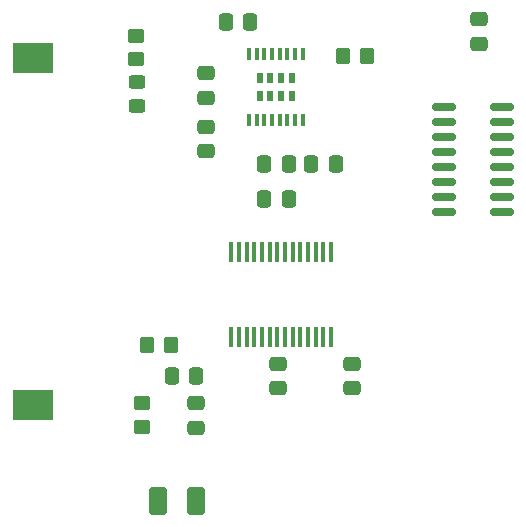
<source format=gbr>
%TF.GenerationSoftware,KiCad,Pcbnew,6.0.10-86aedd382b~118~ubuntu20.04.1*%
%TF.CreationDate,2023-03-12T18:50:46-04:00*%
%TF.ProjectId,coco_serial_rtc,636f636f-5f73-4657-9269-616c5f727463,1.0.0*%
%TF.SameCoordinates,Original*%
%TF.FileFunction,Paste,Top*%
%TF.FilePolarity,Positive*%
%FSLAX46Y46*%
G04 Gerber Fmt 4.6, Leading zero omitted, Abs format (unit mm)*
G04 Created by KiCad (PCBNEW 6.0.10-86aedd382b~118~ubuntu20.04.1) date 2023-03-12 18:50:46*
%MOMM*%
%LPD*%
G01*
G04 APERTURE LIST*
G04 Aperture macros list*
%AMRoundRect*
0 Rectangle with rounded corners*
0 $1 Rounding radius*
0 $2 $3 $4 $5 $6 $7 $8 $9 X,Y pos of 4 corners*
0 Add a 4 corners polygon primitive as box body*
4,1,4,$2,$3,$4,$5,$6,$7,$8,$9,$2,$3,0*
0 Add four circle primitives for the rounded corners*
1,1,$1+$1,$2,$3*
1,1,$1+$1,$4,$5*
1,1,$1+$1,$6,$7*
1,1,$1+$1,$8,$9*
0 Add four rect primitives between the rounded corners*
20,1,$1+$1,$2,$3,$4,$5,0*
20,1,$1+$1,$4,$5,$6,$7,0*
20,1,$1+$1,$6,$7,$8,$9,0*
20,1,$1+$1,$8,$9,$2,$3,0*%
G04 Aperture macros list end*
%ADD10RoundRect,0.250001X-0.499999X-0.924999X0.499999X-0.924999X0.499999X0.924999X-0.499999X0.924999X0*%
%ADD11RoundRect,0.250000X-0.337500X-0.475000X0.337500X-0.475000X0.337500X0.475000X-0.337500X0.475000X0*%
%ADD12RoundRect,0.250000X0.475000X-0.337500X0.475000X0.337500X-0.475000X0.337500X-0.475000X-0.337500X0*%
%ADD13R,3.510000X2.540000*%
%ADD14RoundRect,0.250000X-0.350000X-0.450000X0.350000X-0.450000X0.350000X0.450000X-0.350000X0.450000X0*%
%ADD15RoundRect,0.250000X0.337500X0.475000X-0.337500X0.475000X-0.337500X-0.475000X0.337500X-0.475000X0*%
%ADD16RoundRect,0.150000X-0.825000X-0.150000X0.825000X-0.150000X0.825000X0.150000X-0.825000X0.150000X0*%
%ADD17RoundRect,0.250000X-0.475000X0.337500X-0.475000X-0.337500X0.475000X-0.337500X0.475000X0.337500X0*%
%ADD18RoundRect,0.250000X0.350000X0.450000X-0.350000X0.450000X-0.350000X-0.450000X0.350000X-0.450000X0*%
%ADD19R,0.450000X1.750000*%
%ADD20R,0.450000X1.050000*%
%ADD21R,0.537000X0.882000*%
%ADD22RoundRect,0.250000X-0.450000X0.325000X-0.450000X-0.325000X0.450000X-0.325000X0.450000X0.325000X0*%
%ADD23RoundRect,0.250000X0.450000X-0.350000X0.450000X0.350000X-0.450000X0.350000X-0.450000X-0.350000X0*%
%ADD24RoundRect,0.250000X-0.450000X0.350000X-0.450000X-0.350000X0.450000X-0.350000X0.450000X0.350000X0*%
G04 APERTURE END LIST*
D10*
%TO.C,C12*%
X133930000Y-110660000D03*
X137180000Y-110660000D03*
%TD*%
D11*
%TO.C,C10*%
X146902500Y-82190000D03*
X148977500Y-82190000D03*
%TD*%
D12*
%TO.C,C2*%
X137140000Y-104497500D03*
X137140000Y-102422500D03*
%TD*%
D13*
%TO.C,BT1*%
X123380000Y-102590000D03*
X123380000Y-73230000D03*
%TD*%
D14*
%TO.C,R2*%
X133020000Y-97480000D03*
X135020000Y-97480000D03*
%TD*%
D15*
%TO.C,C1*%
X145017500Y-85130000D03*
X142942500Y-85130000D03*
%TD*%
D16*
%TO.C,U3*%
X158115000Y-77325000D03*
X158115000Y-78595000D03*
X158115000Y-79865000D03*
X158115000Y-81135000D03*
X158115000Y-82405000D03*
X158115000Y-83675000D03*
X158115000Y-84945000D03*
X158115000Y-86215000D03*
X163065000Y-86215000D03*
X163065000Y-84945000D03*
X163065000Y-83675000D03*
X163065000Y-82405000D03*
X163065000Y-81135000D03*
X163065000Y-79865000D03*
X163065000Y-78595000D03*
X163065000Y-77325000D03*
%TD*%
D17*
%TO.C,C9*%
X137990000Y-79012500D03*
X137990000Y-81087500D03*
%TD*%
D18*
%TO.C,R4*%
X151620000Y-73030000D03*
X149620000Y-73030000D03*
%TD*%
D19*
%TO.C,U1*%
X140145000Y-96810000D03*
X140795000Y-96810000D03*
X141445000Y-96810000D03*
X142095000Y-96810000D03*
X142745000Y-96810000D03*
X143395000Y-96810000D03*
X144045000Y-96810000D03*
X144695000Y-96810000D03*
X145345000Y-96810000D03*
X145995000Y-96810000D03*
X146645000Y-96810000D03*
X147295000Y-96810000D03*
X147945000Y-96810000D03*
X148595000Y-96810000D03*
X148595000Y-89610000D03*
X147945000Y-89610000D03*
X147295000Y-89610000D03*
X146645000Y-89610000D03*
X145995000Y-89610000D03*
X145345000Y-89610000D03*
X144695000Y-89610000D03*
X144045000Y-89610000D03*
X143395000Y-89610000D03*
X142745000Y-89610000D03*
X142095000Y-89610000D03*
X141445000Y-89610000D03*
X140795000Y-89610000D03*
X140145000Y-89610000D03*
%TD*%
D20*
%TO.C,U2*%
X141635000Y-78435000D03*
X142285000Y-78435000D03*
X142935000Y-78435000D03*
X143585000Y-78435000D03*
X144235000Y-78435000D03*
X144885000Y-78435000D03*
X145535000Y-78435000D03*
X146185000Y-78435000D03*
X146185000Y-72885000D03*
X145535000Y-72885000D03*
X144885000Y-72885000D03*
X144235000Y-72885000D03*
X143585000Y-72885000D03*
X142935000Y-72885000D03*
X142285000Y-72885000D03*
X141635000Y-72885000D03*
D21*
X142567500Y-76395000D03*
X144357500Y-76395000D03*
X143462500Y-76395000D03*
X144357500Y-74925000D03*
X145252500Y-74925000D03*
X142567500Y-74925000D03*
X143462500Y-74925000D03*
X145252500Y-76395000D03*
%TD*%
D11*
%TO.C,C8*%
X142942500Y-82190000D03*
X145017500Y-82190000D03*
%TD*%
%TO.C,C3*%
X135102500Y-100110000D03*
X137177500Y-100110000D03*
%TD*%
D22*
%TO.C,D1*%
X132135000Y-75235000D03*
X132135000Y-77285000D03*
%TD*%
D15*
%TO.C,C7*%
X141737500Y-70180000D03*
X139662500Y-70180000D03*
%TD*%
D23*
%TO.C,R1*%
X132090000Y-73290000D03*
X132090000Y-71290000D03*
%TD*%
D24*
%TO.C,R3*%
X132610000Y-102430000D03*
X132610000Y-104430000D03*
%TD*%
D12*
%TO.C,C4*%
X144140000Y-101147500D03*
X144140000Y-99072500D03*
%TD*%
%TO.C,C11*%
X161140000Y-71977500D03*
X161140000Y-69902500D03*
%TD*%
%TO.C,C6*%
X137990000Y-76537500D03*
X137990000Y-74462500D03*
%TD*%
%TO.C,C5*%
X150340000Y-101147500D03*
X150340000Y-99072500D03*
%TD*%
M02*

</source>
